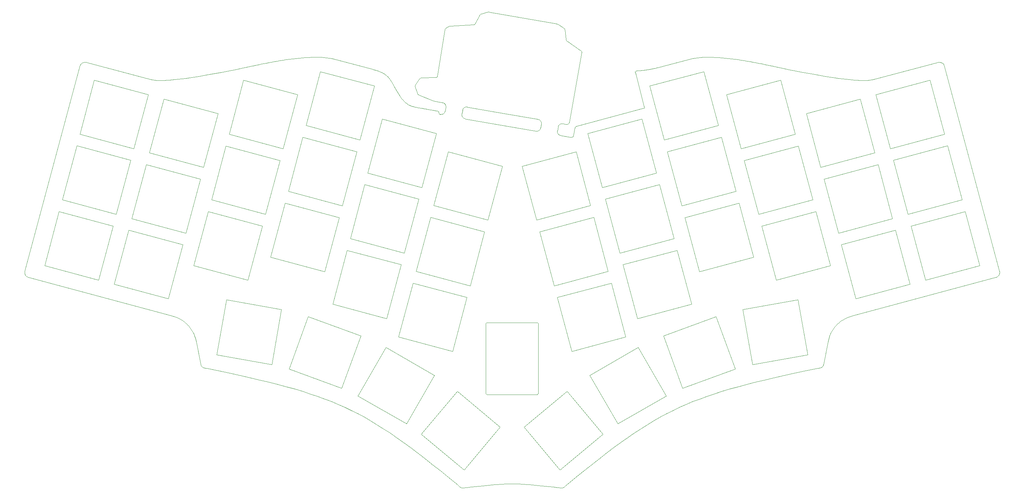
<source format=gm1>
G04 #@! TF.GenerationSoftware,KiCad,Pcbnew,(5.1.9)-1*
G04 #@! TF.CreationDate,2021-07-06T13:23:14+03:00*
G04 #@! TF.ProjectId,choctopus44-top-plate,63686f63-746f-4707-9573-34342d746f70,1.0 Prototype*
G04 #@! TF.SameCoordinates,Original*
G04 #@! TF.FileFunction,Profile,NP*
%FSLAX46Y46*%
G04 Gerber Fmt 4.6, Leading zero omitted, Abs format (unit mm)*
G04 Created by KiCad (PCBNEW (5.1.9)-1) date 2021-07-06 13:23:14*
%MOMM*%
%LPD*%
G01*
G04 APERTURE LIST*
G04 #@! TA.AperFunction,Profile*
%ADD10C,0.100000*%
G04 #@! TD*
G04 #@! TA.AperFunction,Profile*
%ADD11C,0.050000*%
G04 #@! TD*
G04 APERTURE END LIST*
D10*
X159190000Y-74030000D02*
X156805001Y-73604999D01*
X125552476Y-65052300D02*
X127299999Y-65364500D01*
X127299999Y-65364500D02*
G75*
G02*
X128105500Y-66529999I-179999J-985500D01*
G01*
X128105500Y-66529999D02*
X127925500Y-67519999D01*
X132290000Y-67250000D02*
X132110000Y-68240000D01*
X132290000Y-67250000D02*
G75*
G02*
X133455499Y-66444499I985500J-179999D01*
G01*
X132915001Y-69404999D02*
G75*
G02*
X132110000Y-68240000I179999J985000D01*
G01*
X127925500Y-67519999D02*
G75*
G02*
X126760001Y-68325500I-985500J179999D01*
G01*
X151995500Y-70729999D02*
X151815500Y-71719999D01*
X156180000Y-71450000D02*
X156000000Y-72440000D01*
X156180000Y-71450000D02*
G75*
G02*
X157345499Y-70644499I985500J-179999D01*
G01*
X151189999Y-69564500D02*
G75*
G02*
X151995500Y-70729999I-179999J-985500D01*
G01*
X142229836Y-67992785D02*
X151189999Y-69564500D01*
X138310000Y-138500000D02*
G75*
G02*
X138110000Y-138300000I0J200000D01*
G01*
X138110000Y-120700000D02*
G75*
G02*
X138310000Y-120500000I200000J0D01*
G01*
X151010000Y-120500000D02*
G75*
G02*
X151210000Y-120700000I0J-200000D01*
G01*
X151210000Y-138300000D02*
G75*
G02*
X151010000Y-138500000I-200000J0D01*
G01*
X138110000Y-138300000D02*
X138110000Y-120700000D01*
X151010000Y-138500000D02*
X138310000Y-138500000D01*
X151210000Y-120700000D02*
X151210000Y-138300000D01*
X138310000Y-120500000D02*
X151010000Y-120500000D01*
X175780000Y-57385000D02*
X175954348Y-57377131D01*
X175954348Y-57377131D02*
X176130532Y-57367581D01*
X176130532Y-57367581D02*
X176308568Y-57356338D01*
X176308568Y-57356338D02*
X176488476Y-57343388D01*
X176488476Y-57343388D02*
X176670274Y-57328721D01*
X176670274Y-57328721D02*
X176853979Y-57312325D01*
X176853979Y-57312325D02*
X177039611Y-57294187D01*
X177039611Y-57294187D02*
X177227187Y-57274296D01*
X177227187Y-57274296D02*
X177416726Y-57252640D01*
X177416726Y-57252640D02*
X177608247Y-57229207D01*
X177608247Y-57229207D02*
X177801766Y-57203985D01*
X177801766Y-57203985D02*
X177997304Y-57176962D01*
X177997304Y-57176962D02*
X178194878Y-57148127D01*
X178194878Y-57148127D02*
X178394506Y-57117467D01*
X178394506Y-57117467D02*
X178596207Y-57084970D01*
X178596207Y-57084970D02*
X178800000Y-57050625D01*
X178800000Y-57050625D02*
X179005901Y-57014419D01*
X179005901Y-57014419D02*
X179213930Y-56976341D01*
X179213930Y-56976341D02*
X179424105Y-56936379D01*
X179424105Y-56936379D02*
X179636445Y-56894521D01*
X179636445Y-56894521D02*
X179850967Y-56850755D01*
X179850967Y-56850755D02*
X180067690Y-56805069D01*
X180067690Y-56805069D02*
X180286632Y-56757451D01*
X180286632Y-56757451D02*
X180507812Y-56707890D01*
X180507812Y-56707890D02*
X180731248Y-56656373D01*
X180731248Y-56656373D02*
X180956958Y-56602889D01*
X180956958Y-56602889D02*
X181184960Y-56547425D01*
X181184960Y-56547425D02*
X181415273Y-56489970D01*
X181415273Y-56489970D02*
X181647915Y-56430512D01*
X181647915Y-56430512D02*
X181882905Y-56369039D01*
X181882905Y-56369039D02*
X182120260Y-56305539D01*
X182120260Y-56305539D02*
X182360000Y-56240000D01*
X160950000Y-71210000D02*
X160829062Y-71245136D01*
X160829062Y-71245136D02*
X160721250Y-71284843D01*
X160721250Y-71284843D02*
X160626562Y-71331816D01*
X160626562Y-71331816D02*
X160526660Y-71404855D01*
X160526660Y-71404855D02*
X160447265Y-71498723D01*
X160447265Y-71498723D02*
X160398515Y-71592351D01*
X160398515Y-71592351D02*
X160362890Y-71705373D01*
X160362890Y-71705373D02*
X160350000Y-71770000D01*
X177570000Y-66760000D02*
X177671434Y-66721235D01*
X177671434Y-66721235D02*
X177745369Y-66643446D01*
X177745369Y-66643446D02*
X177753935Y-66535994D01*
X177753935Y-66535994D02*
X177740000Y-66470000D01*
X175780000Y-57385000D02*
X175677695Y-57397535D01*
X175677695Y-57397535D02*
X175581718Y-57432548D01*
X175581718Y-57432548D02*
X175494628Y-57507875D01*
X175494628Y-57507875D02*
X175455781Y-57607194D01*
X175455781Y-57607194D02*
X175458320Y-57717940D01*
X175458320Y-57717940D02*
X175470000Y-57770000D01*
X177740000Y-66470000D02*
X175470000Y-57770000D01*
X160950000Y-71210000D02*
X177570000Y-66760000D01*
X157345499Y-70644499D02*
X158132549Y-70795447D01*
X156805001Y-73604999D02*
G75*
G02*
X156000000Y-72440000I179999J985000D01*
G01*
X151815500Y-71719999D02*
G75*
G02*
X150650001Y-72525500I-985500J179999D01*
G01*
X126760001Y-68325500D02*
X126600000Y-68290000D01*
X138995608Y-42653891D02*
X138895113Y-42642599D01*
X138895113Y-42642599D02*
X138791843Y-42636660D01*
X138791843Y-42636660D02*
X138687729Y-42636302D01*
X138687729Y-42636302D02*
X138584703Y-42641755D01*
X138584703Y-42641755D02*
X138484699Y-42653249D01*
X138484699Y-42653249D02*
X138371401Y-42675337D01*
X138371401Y-42675337D02*
X138353447Y-42679924D01*
X129309500Y-46155714D02*
X129209243Y-46161580D01*
X129209243Y-46161580D02*
X129094334Y-46170052D01*
X129094334Y-46170052D02*
X128975914Y-46183015D01*
X128975914Y-46183015D02*
X128861738Y-46204484D01*
X128861738Y-46204484D02*
X128752047Y-46241709D01*
X128752047Y-46241709D02*
X128649746Y-46296867D01*
X125571915Y-59002258D02*
X125676862Y-58993175D01*
X125676862Y-58993175D02*
X125774525Y-58964462D01*
X125774525Y-58964462D02*
X125872392Y-58902471D01*
X125872392Y-58902471D02*
X125936614Y-58821757D01*
X125936614Y-58821757D02*
X125977254Y-58712674D01*
X125977254Y-58712674D02*
X125981374Y-58691542D01*
X128090393Y-46667842D02*
X128009399Y-46735888D01*
X128009399Y-46735888D02*
X127945759Y-46827486D01*
X127945759Y-46827486D02*
X127899606Y-46933958D01*
X127899606Y-46933958D02*
X127869128Y-47046269D01*
X127869128Y-47046269D02*
X127861126Y-47088244D01*
X122052061Y-59088400D02*
X121950930Y-59100266D01*
X121950930Y-59100266D02*
X121850419Y-59127424D01*
X121850419Y-59127424D02*
X121751130Y-59174618D01*
X121751130Y-59174618D02*
X121653664Y-59246595D01*
X121653664Y-59246595D02*
X121574269Y-59328930D01*
X121574269Y-59328930D02*
X121527585Y-59389316D01*
X157861342Y-47185884D02*
X157845199Y-47085423D01*
X157845199Y-47085423D02*
X157824620Y-46971530D01*
X157824620Y-46971530D02*
X157788383Y-46873252D01*
X157788383Y-46873252D02*
X157716501Y-46785354D01*
X157716501Y-46785354D02*
X157630258Y-46713292D01*
X157630258Y-46713292D02*
X157560426Y-46661408D01*
X158165354Y-49485357D02*
X158185592Y-49590279D01*
X158185592Y-49590279D02*
X158216616Y-49699256D01*
X158216616Y-49699256D02*
X158260602Y-49794797D01*
X158260602Y-49794797D02*
X158323492Y-49882229D01*
X158323492Y-49882229D02*
X158394628Y-49952740D01*
X158394628Y-49952740D02*
X158466271Y-50009833D01*
X158132549Y-70795447D02*
X158238172Y-70801673D01*
X158238172Y-70801673D02*
X158344310Y-70790854D01*
X158344310Y-70790854D02*
X158448986Y-70764674D01*
X158448986Y-70764674D02*
X158550225Y-70724818D01*
X158550225Y-70724818D02*
X158646055Y-70672969D01*
X158646055Y-70672969D02*
X158734499Y-70610812D01*
X158734499Y-70610812D02*
X158813583Y-70540032D01*
X158813583Y-70540032D02*
X158881333Y-70462313D01*
X158881333Y-70462313D02*
X158950622Y-70350805D01*
X158950622Y-70350805D02*
X158991570Y-70233947D01*
X124872109Y-64843488D02*
X124967362Y-64882205D01*
X124967362Y-64882205D02*
X125077397Y-64924475D01*
X125077397Y-64924475D02*
X125192946Y-64964744D01*
X125192946Y-64964744D02*
X125290898Y-64994241D01*
X125290898Y-64994241D02*
X125395534Y-65020233D01*
X125395534Y-65020233D02*
X125498052Y-65041548D01*
X125498052Y-65041548D02*
X125552476Y-65052300D01*
X120495170Y-60871121D02*
X120442634Y-60961158D01*
X120442634Y-60961158D02*
X120401490Y-61064245D01*
X120401490Y-61064245D02*
X120385909Y-61175608D01*
X120385909Y-61175608D02*
X120397677Y-61286465D01*
X120397677Y-61286465D02*
X120405956Y-61321278D01*
X120938870Y-62990350D02*
X120977699Y-63092368D01*
X120977699Y-63092368D02*
X121029732Y-63190610D01*
X121029732Y-63190610D02*
X121103443Y-63279376D01*
X121103443Y-63279376D02*
X121197758Y-63349265D01*
X121197758Y-63349265D02*
X121300247Y-63401277D01*
X121300247Y-63401277D02*
X121319602Y-63409686D01*
X134918897Y-45805924D02*
X135040526Y-45797351D01*
X135040526Y-45797351D02*
X135155053Y-45782929D01*
X135155053Y-45782929D02*
X135259555Y-45744882D01*
X135259555Y-45744882D02*
X135337038Y-45680037D01*
X135337038Y-45680037D02*
X135401678Y-45593890D01*
X135401678Y-45593890D02*
X135443409Y-45525008D01*
X137044131Y-43072212D02*
X136933960Y-43103934D01*
X136933960Y-43103934D02*
X136827863Y-43143889D01*
X136827863Y-43143889D02*
X136729602Y-43205122D01*
X136729602Y-43205122D02*
X136657774Y-43281009D01*
X136657774Y-43281009D02*
X136600326Y-43368011D01*
X136600326Y-43368011D02*
X136564759Y-43433047D01*
X156228867Y-45768730D02*
X156129310Y-45713115D01*
X156129310Y-45713115D02*
X156033049Y-45673388D01*
X156033049Y-45673388D02*
X155928354Y-45643907D01*
X155928354Y-45643907D02*
X155823010Y-45622515D01*
X155823010Y-45622515D02*
X155718578Y-45604708D01*
X136564759Y-43433047D02*
X135443409Y-45525008D01*
X128649746Y-46296867D02*
X128090393Y-46667842D01*
X157560426Y-46661408D02*
X156228867Y-45768730D01*
X155718578Y-45604708D02*
X138995608Y-42653891D01*
X121319602Y-63409686D02*
X124872109Y-64843488D01*
X138353447Y-42679924D02*
X137044131Y-43072212D01*
X161720150Y-52229157D02*
X158466271Y-50009833D01*
X134918897Y-45805924D02*
X129309500Y-46155714D01*
X158991570Y-70233947D02*
X162071371Y-52928545D01*
X133455499Y-66444499D02*
X142229836Y-67992785D01*
X127861126Y-47088244D02*
X125981374Y-58691542D01*
X158165354Y-49485357D02*
X157861342Y-47185884D01*
X120938870Y-62990350D02*
X120405956Y-61321278D01*
X125571915Y-59002258D02*
X122052061Y-59088400D01*
X121527585Y-59389316D02*
X120495170Y-60871121D01*
X162071371Y-52928545D02*
X162084832Y-52808208D01*
X162084832Y-52808208D02*
X162086608Y-52706642D01*
X162086608Y-52706642D02*
X162068812Y-52598946D01*
X162068812Y-52598946D02*
X162024487Y-52504114D01*
X162024487Y-52504114D02*
X161949041Y-52412998D01*
X161949041Y-52412998D02*
X161863190Y-52336634D01*
X161863190Y-52336634D02*
X161782387Y-52274263D01*
X161782387Y-52274263D02*
X161720150Y-52229157D01*
X160350000Y-71770000D02*
X160050000Y-73500000D01*
X150650001Y-72525500D02*
X132915001Y-69404999D01*
X159190000Y-74030000D02*
X159332009Y-74049794D01*
X159332009Y-74049794D02*
X159460175Y-74053356D01*
X159460175Y-74053356D02*
X159574895Y-74041329D01*
X159574895Y-74041329D02*
X159676562Y-74014355D01*
X159676562Y-74014355D02*
X159792500Y-73956250D01*
X159792500Y-73956250D02*
X159886875Y-73874238D01*
X159886875Y-73874238D02*
X159960625Y-73769843D01*
X159960625Y-73769843D02*
X160002966Y-73677775D01*
X160002966Y-73677775D02*
X160034628Y-73574616D01*
X160034628Y-73574616D02*
X160050000Y-73500000D01*
X126600000Y-68290000D02*
X126486152Y-68237539D01*
X126486152Y-68237539D02*
X126412968Y-68142187D01*
X126412968Y-68142187D02*
X126366738Y-68018242D01*
X126366738Y-68018242D02*
X126341505Y-67915119D01*
X126341505Y-67915119D02*
X126317937Y-67809985D01*
X126317937Y-67809985D02*
X126290248Y-67708872D01*
X126290248Y-67708872D02*
X126236924Y-67590735D01*
X126236924Y-67590735D02*
X126152282Y-67504766D01*
X126152282Y-67504766D02*
X126060000Y-67470000D01*
X100200000Y-54425000D02*
X109575000Y-56940000D01*
X189125000Y-54425000D02*
X182360000Y-56240000D01*
X235375000Y-59450000D02*
X250995000Y-55270000D01*
X209995000Y-56240000D02*
X211995552Y-56660056D01*
X211995552Y-56660056D02*
X213882995Y-57047290D01*
X213882995Y-57047290D02*
X215660849Y-57402919D01*
X215660849Y-57402919D02*
X217332636Y-57728164D01*
X217332636Y-57728164D02*
X218901877Y-58024243D01*
X218901877Y-58024243D02*
X220372092Y-58292377D01*
X220372092Y-58292377D02*
X221746803Y-58533786D01*
X221746803Y-58533786D02*
X223029531Y-58749687D01*
X223029531Y-58749687D02*
X224223797Y-58941301D01*
X224223797Y-58941301D02*
X225333122Y-59109848D01*
X225333122Y-59109848D02*
X226361028Y-59256547D01*
X226361028Y-59256547D02*
X227311035Y-59382617D01*
X227311035Y-59382617D02*
X228186664Y-59489277D01*
X228186664Y-59489277D02*
X228991437Y-59577749D01*
X228991437Y-59577749D02*
X229728876Y-59649249D01*
X229728876Y-59649249D02*
X230402500Y-59705000D01*
X230402500Y-59705000D02*
X231015830Y-59746218D01*
X231015830Y-59746218D02*
X231572390Y-59774125D01*
X231572390Y-59774125D02*
X232075698Y-59789940D01*
X232075698Y-59789940D02*
X232529277Y-59794882D01*
X232529277Y-59794882D02*
X232936647Y-59790171D01*
X232936647Y-59790171D02*
X233301330Y-59777026D01*
X233301330Y-59777026D02*
X233626847Y-59756666D01*
X233626847Y-59756666D02*
X233916718Y-59730312D01*
X233916718Y-59730312D02*
X234174466Y-59699182D01*
X234174466Y-59699182D02*
X234403610Y-59664497D01*
X234403610Y-59664497D02*
X234607673Y-59627474D01*
X234607673Y-59627474D02*
X234790175Y-59589335D01*
X234790175Y-59589335D02*
X234954638Y-59551299D01*
X234954638Y-59551299D02*
X235104582Y-59514584D01*
X235104582Y-59514584D02*
X235243529Y-59480411D01*
X235243529Y-59480411D02*
X235375000Y-59450000D01*
X189125000Y-54425000D02*
X189727491Y-54288683D01*
X189727491Y-54288683D02*
X190364738Y-54177921D01*
X190364738Y-54177921D02*
X191033586Y-54091404D01*
X191033586Y-54091404D02*
X191730878Y-54027822D01*
X191730878Y-54027822D02*
X192453462Y-53985865D01*
X192453462Y-53985865D02*
X193198181Y-53964222D01*
X193198181Y-53964222D02*
X193961880Y-53961584D01*
X193961880Y-53961584D02*
X194741406Y-53976640D01*
X194741406Y-53976640D02*
X195533602Y-54008081D01*
X195533602Y-54008081D02*
X196335314Y-54054595D01*
X196335314Y-54054595D02*
X197143388Y-54114874D01*
X197143388Y-54114874D02*
X197954667Y-54187607D01*
X197954667Y-54187607D02*
X198765998Y-54271483D01*
X198765998Y-54271483D02*
X199574226Y-54365194D01*
X199574226Y-54365194D02*
X200376194Y-54467427D01*
X200376194Y-54467427D02*
X201168750Y-54576875D01*
X201168750Y-54576875D02*
X201948736Y-54692225D01*
X201948736Y-54692225D02*
X202713000Y-54812169D01*
X202713000Y-54812169D02*
X203458385Y-54935395D01*
X203458385Y-54935395D02*
X204181738Y-55060595D01*
X204181738Y-55060595D02*
X204879902Y-55186458D01*
X204879902Y-55186458D02*
X205549724Y-55311673D01*
X205549724Y-55311673D02*
X206188047Y-55434931D01*
X206188047Y-55434931D02*
X206791718Y-55554921D01*
X206791718Y-55554921D02*
X207357582Y-55670334D01*
X207357582Y-55670334D02*
X207882482Y-55779859D01*
X207882482Y-55779859D02*
X208363266Y-55882186D01*
X208363266Y-55882186D02*
X208796777Y-55976005D01*
X208796777Y-55976005D02*
X209179861Y-56060006D01*
X209179861Y-56060006D02*
X209509362Y-56132879D01*
X209509362Y-56132879D02*
X209782127Y-56193314D01*
X209782127Y-56193314D02*
X209995000Y-56240000D01*
X79330000Y-56240000D02*
X77329234Y-56660056D01*
X77329234Y-56660056D02*
X75441180Y-57047290D01*
X75441180Y-57047290D02*
X73662357Y-57402919D01*
X73662357Y-57402919D02*
X71989287Y-57728164D01*
X71989287Y-57728164D02*
X70418488Y-58024243D01*
X70418488Y-58024243D02*
X68946480Y-58292377D01*
X68946480Y-58292377D02*
X67569785Y-58533786D01*
X67569785Y-58533786D02*
X66284921Y-58749687D01*
X66284921Y-58749687D02*
X65088410Y-58941301D01*
X65088410Y-58941301D02*
X63976771Y-59109848D01*
X63976771Y-59109848D02*
X62946524Y-59256547D01*
X62946524Y-59256547D02*
X61994189Y-59382617D01*
X61994189Y-59382617D02*
X61116287Y-59489277D01*
X61116287Y-59489277D02*
X60309337Y-59577749D01*
X60309337Y-59577749D02*
X59569859Y-59649249D01*
X59569859Y-59649249D02*
X58894375Y-59705000D01*
X58894375Y-59705000D02*
X58279402Y-59746218D01*
X58279402Y-59746218D02*
X57721463Y-59774125D01*
X57721463Y-59774125D02*
X57217077Y-59789940D01*
X57217077Y-59789940D02*
X56762763Y-59794882D01*
X56762763Y-59794882D02*
X56355043Y-59790171D01*
X56355043Y-59790171D02*
X55990435Y-59777026D01*
X55990435Y-59777026D02*
X55665461Y-59756666D01*
X55665461Y-59756666D02*
X55376640Y-59730312D01*
X55376640Y-59730312D02*
X55120493Y-59699182D01*
X55120493Y-59699182D02*
X54893538Y-59664497D01*
X54893538Y-59664497D02*
X54692298Y-59627474D01*
X54692298Y-59627474D02*
X54513291Y-59589335D01*
X54513291Y-59589335D02*
X54353037Y-59551299D01*
X54353037Y-59551299D02*
X54208057Y-59514584D01*
X54208057Y-59514584D02*
X54074871Y-59480411D01*
X54074871Y-59480411D02*
X53950000Y-59450000D01*
X53950000Y-59450000D02*
X38330000Y-55270000D01*
X100200000Y-54425000D02*
X99597508Y-54288683D01*
X99597508Y-54288683D02*
X98960261Y-54177921D01*
X98960261Y-54177921D02*
X98291413Y-54091404D01*
X98291413Y-54091404D02*
X97594121Y-54027822D01*
X97594121Y-54027822D02*
X96871537Y-53985865D01*
X96871537Y-53985865D02*
X96126818Y-53964222D01*
X96126818Y-53964222D02*
X95363119Y-53961584D01*
X95363119Y-53961584D02*
X94583593Y-53976640D01*
X94583593Y-53976640D02*
X93791397Y-54008081D01*
X93791397Y-54008081D02*
X92989685Y-54054595D01*
X92989685Y-54054595D02*
X92181611Y-54114874D01*
X92181611Y-54114874D02*
X91370332Y-54187607D01*
X91370332Y-54187607D02*
X90559001Y-54271483D01*
X90559001Y-54271483D02*
X89750773Y-54365194D01*
X89750773Y-54365194D02*
X88948805Y-54467427D01*
X88948805Y-54467427D02*
X88156250Y-54576875D01*
X88156250Y-54576875D02*
X87376263Y-54692225D01*
X87376263Y-54692225D02*
X86611999Y-54812169D01*
X86611999Y-54812169D02*
X85866614Y-54935395D01*
X85866614Y-54935395D02*
X85143261Y-55060595D01*
X85143261Y-55060595D02*
X84445097Y-55186458D01*
X84445097Y-55186458D02*
X83775275Y-55311673D01*
X83775275Y-55311673D02*
X83136952Y-55434931D01*
X83136952Y-55434931D02*
X82533281Y-55554921D01*
X82533281Y-55554921D02*
X81967417Y-55670334D01*
X81967417Y-55670334D02*
X81442517Y-55779859D01*
X81442517Y-55779859D02*
X80961733Y-55882186D01*
X80961733Y-55882186D02*
X80528222Y-55976005D01*
X80528222Y-55976005D02*
X80145138Y-56060006D01*
X80145138Y-56060006D02*
X79815637Y-56132879D01*
X79815637Y-56132879D02*
X79542872Y-56193314D01*
X79542872Y-56193314D02*
X79330000Y-56240000D01*
X66780000Y-130910000D02*
X66817498Y-131058239D01*
X66817498Y-131058239D02*
X66862490Y-131188886D01*
X66862490Y-131188886D02*
X66914967Y-131303332D01*
X66914967Y-131303332D02*
X66974921Y-131402968D01*
X66974921Y-131402968D02*
X67042347Y-131489187D01*
X67042347Y-131489187D02*
X67117236Y-131563378D01*
X67117236Y-131563378D02*
X67199581Y-131626936D01*
X67199581Y-131626936D02*
X67289375Y-131681250D01*
X67289375Y-131681250D02*
X67386610Y-131727712D01*
X67386610Y-131727712D02*
X67491279Y-131767714D01*
X67491279Y-131767714D02*
X67603375Y-131802648D01*
X67603375Y-131802648D02*
X67722890Y-131833906D01*
X67722890Y-131833906D02*
X67849818Y-131862878D01*
X67849818Y-131862878D02*
X67984150Y-131890957D01*
X67984150Y-131890957D02*
X68125880Y-131919533D01*
X68125880Y-131919533D02*
X68275000Y-131950000D01*
X36600000Y-56100000D02*
X22780000Y-107550000D01*
X38330000Y-55270000D02*
X38227404Y-55246582D01*
X38227404Y-55246582D02*
X38115800Y-55229375D01*
X38115800Y-55229375D02*
X37996960Y-55219199D01*
X37996960Y-55219199D02*
X37872656Y-55216875D01*
X37872656Y-55216875D02*
X37744660Y-55223222D01*
X37744660Y-55223222D02*
X37614746Y-55239062D01*
X37614746Y-55239062D02*
X37484685Y-55265214D01*
X37484685Y-55265214D02*
X37356250Y-55302500D01*
X37356250Y-55302500D02*
X37231213Y-55351738D01*
X37231213Y-55351738D02*
X37111347Y-55413750D01*
X37111347Y-55413750D02*
X36998425Y-55489355D01*
X36998425Y-55489355D02*
X36894218Y-55579375D01*
X36894218Y-55579375D02*
X36800500Y-55684628D01*
X36800500Y-55684628D02*
X36719042Y-55805937D01*
X36719042Y-55805937D02*
X36651618Y-55944121D01*
X36651618Y-55944121D02*
X36600000Y-56100000D01*
X22780000Y-107550000D02*
X22746525Y-107741562D01*
X22746525Y-107741562D02*
X22734863Y-107919062D01*
X22734863Y-107919062D02*
X22743151Y-108082968D01*
X22743151Y-108082968D02*
X22769531Y-108233750D01*
X22769531Y-108233750D02*
X22812141Y-108371875D01*
X22812141Y-108371875D02*
X22869121Y-108497812D01*
X22869121Y-108497812D02*
X22938610Y-108612031D01*
X22938610Y-108612031D02*
X23018750Y-108715000D01*
X23018750Y-108715000D02*
X23107678Y-108807187D01*
X23107678Y-108807187D02*
X23203535Y-108889062D01*
X23203535Y-108889062D02*
X23304460Y-108961093D01*
X23304460Y-108961093D02*
X23408593Y-109023750D01*
X23408593Y-109023750D02*
X23514074Y-109077500D01*
X23514074Y-109077500D02*
X23619042Y-109122812D01*
X23619042Y-109122812D02*
X23721638Y-109160156D01*
X23721638Y-109160156D02*
X23820000Y-109190000D01*
X266540000Y-107550000D02*
X266573474Y-107741562D01*
X266573474Y-107741562D02*
X266585136Y-107919062D01*
X266585136Y-107919062D02*
X266576848Y-108082968D01*
X266576848Y-108082968D02*
X266550468Y-108233750D01*
X266550468Y-108233750D02*
X266507858Y-108371875D01*
X266507858Y-108371875D02*
X266450878Y-108497812D01*
X266450878Y-108497812D02*
X266381389Y-108612031D01*
X266381389Y-108612031D02*
X266301250Y-108715000D01*
X266301250Y-108715000D02*
X266212321Y-108807187D01*
X266212321Y-108807187D02*
X266116464Y-108889062D01*
X266116464Y-108889062D02*
X266015539Y-108961093D01*
X266015539Y-108961093D02*
X265911406Y-109023750D01*
X265911406Y-109023750D02*
X265805925Y-109077500D01*
X265805925Y-109077500D02*
X265700957Y-109122812D01*
X265700957Y-109122812D02*
X265598361Y-109160156D01*
X265598361Y-109160156D02*
X265500000Y-109190000D01*
X252720000Y-56100000D02*
X266540000Y-107550000D01*
X250990000Y-55270000D02*
X251092595Y-55246582D01*
X251092595Y-55246582D02*
X251204199Y-55229375D01*
X251204199Y-55229375D02*
X251323039Y-55219199D01*
X251323039Y-55219199D02*
X251447343Y-55216875D01*
X251447343Y-55216875D02*
X251575339Y-55223222D01*
X251575339Y-55223222D02*
X251705253Y-55239062D01*
X251705253Y-55239062D02*
X251835314Y-55265214D01*
X251835314Y-55265214D02*
X251963750Y-55302500D01*
X251963750Y-55302500D02*
X252088786Y-55351738D01*
X252088786Y-55351738D02*
X252208652Y-55413750D01*
X252208652Y-55413750D02*
X252321574Y-55489355D01*
X252321574Y-55489355D02*
X252425781Y-55579375D01*
X252425781Y-55579375D02*
X252519499Y-55684628D01*
X252519499Y-55684628D02*
X252600957Y-55805937D01*
X252600957Y-55805937D02*
X252668381Y-55944121D01*
X252668381Y-55944121D02*
X252720000Y-56100000D01*
X132230000Y-161910000D02*
X133363060Y-161784667D01*
X133363060Y-161784667D02*
X134427182Y-161667421D01*
X134427182Y-161667421D02*
X135426961Y-161558261D01*
X135426961Y-161558261D02*
X136366992Y-161457187D01*
X136366992Y-161457187D02*
X137251871Y-161364199D01*
X137251871Y-161364199D02*
X138086196Y-161279296D01*
X138086196Y-161279296D02*
X138874561Y-161202480D01*
X138874561Y-161202480D02*
X139621562Y-161133750D01*
X139621562Y-161133750D02*
X140331796Y-161073105D01*
X140331796Y-161073105D02*
X141009858Y-161020546D01*
X141009858Y-161020546D02*
X141660344Y-160976074D01*
X141660344Y-160976074D02*
X142287851Y-160939687D01*
X142287851Y-160939687D02*
X142896974Y-160911386D01*
X142896974Y-160911386D02*
X143492309Y-160891171D01*
X143492309Y-160891171D02*
X144078452Y-160879042D01*
X144078452Y-160879042D02*
X144660000Y-160875000D01*
X144660000Y-160875000D02*
X145241547Y-160879042D01*
X145241547Y-160879042D02*
X145827690Y-160891171D01*
X145827690Y-160891171D02*
X146423025Y-160911386D01*
X146423025Y-160911386D02*
X147032148Y-160939687D01*
X147032148Y-160939687D02*
X147659655Y-160976074D01*
X147659655Y-160976074D02*
X148310141Y-161020546D01*
X148310141Y-161020546D02*
X148988203Y-161073105D01*
X148988203Y-161073105D02*
X149698437Y-161133750D01*
X149698437Y-161133750D02*
X150445438Y-161202480D01*
X150445438Y-161202480D02*
X151233803Y-161279296D01*
X151233803Y-161279296D02*
X152068128Y-161364199D01*
X152068128Y-161364199D02*
X152953007Y-161457187D01*
X152953007Y-161457187D02*
X153893038Y-161558261D01*
X153893038Y-161558261D02*
X154892817Y-161667421D01*
X154892817Y-161667421D02*
X155956939Y-161784667D01*
X155956939Y-161784667D02*
X157090000Y-161910000D01*
X157090000Y-161910000D02*
X157193263Y-161912980D01*
X157193263Y-161912980D02*
X157295949Y-161894816D01*
X157295949Y-161894816D02*
X157399591Y-161857043D01*
X157399591Y-161857043D02*
X157505722Y-161801191D01*
X157505722Y-161801191D02*
X157615874Y-161728794D01*
X157615874Y-161728794D02*
X157731579Y-161641384D01*
X157731579Y-161641384D02*
X157812558Y-161575527D01*
X157812558Y-161575527D02*
X157897141Y-161504133D01*
X157897141Y-161504133D02*
X157985781Y-161427656D01*
X157985781Y-161427656D02*
X158078933Y-161346550D01*
X158078933Y-161346550D02*
X158177050Y-161261269D01*
X158177050Y-161261269D02*
X158280588Y-161172268D01*
X158280588Y-161172268D02*
X158390000Y-161080000D01*
X65670000Y-125320000D02*
X65594965Y-124971275D01*
X65594965Y-124971275D02*
X65508823Y-124631960D01*
X65508823Y-124631960D02*
X65411892Y-124302031D01*
X65411892Y-124302031D02*
X65304492Y-123981464D01*
X65304492Y-123981464D02*
X65186940Y-123670236D01*
X65186940Y-123670236D02*
X65059555Y-123368322D01*
X65059555Y-123368322D02*
X64922656Y-123075699D01*
X64922656Y-123075699D02*
X64776562Y-122792343D01*
X64776562Y-122792343D02*
X64621591Y-122518230D01*
X64621591Y-122518230D02*
X64458061Y-122253337D01*
X64458061Y-122253337D02*
X64286292Y-121997639D01*
X64286292Y-121997639D02*
X64106601Y-121751113D01*
X64106601Y-121751113D02*
X63919308Y-121513735D01*
X63919308Y-121513735D02*
X63724731Y-121285480D01*
X63724731Y-121285480D02*
X63523189Y-121066327D01*
X63523189Y-121066327D02*
X63315000Y-120856250D01*
X63315000Y-120856250D02*
X63100482Y-120655225D01*
X63100482Y-120655225D02*
X62879956Y-120463229D01*
X62879956Y-120463229D02*
X62653738Y-120280239D01*
X62653738Y-120280239D02*
X62422148Y-120106230D01*
X62422148Y-120106230D02*
X62185504Y-119941178D01*
X62185504Y-119941178D02*
X61944125Y-119785061D01*
X61944125Y-119785061D02*
X61698330Y-119637853D01*
X61698330Y-119637853D02*
X61448437Y-119499531D01*
X61448437Y-119499531D02*
X61194765Y-119370071D01*
X61194765Y-119370071D02*
X60937631Y-119249450D01*
X60937631Y-119249450D02*
X60677356Y-119137644D01*
X60677356Y-119137644D02*
X60414257Y-119034628D01*
X60414257Y-119034628D02*
X60148654Y-118940380D01*
X60148654Y-118940380D02*
X59880864Y-118854875D01*
X59880864Y-118854875D02*
X59611206Y-118778089D01*
X59611206Y-118778089D02*
X59340000Y-118710000D01*
X65670000Y-125320000D02*
X66780000Y-130910000D01*
X222540000Y-130910000D02*
X222502501Y-131058239D01*
X222502501Y-131058239D02*
X222457509Y-131188886D01*
X222457509Y-131188886D02*
X222405032Y-131303332D01*
X222405032Y-131303332D02*
X222345078Y-131402968D01*
X222345078Y-131402968D02*
X222277652Y-131489187D01*
X222277652Y-131489187D02*
X222202763Y-131563378D01*
X222202763Y-131563378D02*
X222120418Y-131626936D01*
X222120418Y-131626936D02*
X222030625Y-131681250D01*
X222030625Y-131681250D02*
X221933389Y-131727712D01*
X221933389Y-131727712D02*
X221828720Y-131767714D01*
X221828720Y-131767714D02*
X221716624Y-131802648D01*
X221716624Y-131802648D02*
X221597109Y-131833906D01*
X221597109Y-131833906D02*
X221470181Y-131862878D01*
X221470181Y-131862878D02*
X221335849Y-131890957D01*
X221335849Y-131890957D02*
X221194119Y-131919533D01*
X221194119Y-131919533D02*
X221045000Y-131950000D01*
X223650000Y-125320000D02*
X223725034Y-124971275D01*
X223725034Y-124971275D02*
X223811176Y-124631960D01*
X223811176Y-124631960D02*
X223908107Y-124302031D01*
X223908107Y-124302031D02*
X224015507Y-123981464D01*
X224015507Y-123981464D02*
X224133059Y-123670236D01*
X224133059Y-123670236D02*
X224260444Y-123368322D01*
X224260444Y-123368322D02*
X224397343Y-123075699D01*
X224397343Y-123075699D02*
X224543437Y-122792343D01*
X224543437Y-122792343D02*
X224698408Y-122518230D01*
X224698408Y-122518230D02*
X224861938Y-122253337D01*
X224861938Y-122253337D02*
X225033707Y-121997639D01*
X225033707Y-121997639D02*
X225213398Y-121751113D01*
X225213398Y-121751113D02*
X225400691Y-121513735D01*
X225400691Y-121513735D02*
X225595268Y-121285480D01*
X225595268Y-121285480D02*
X225796810Y-121066327D01*
X225796810Y-121066327D02*
X226005000Y-120856250D01*
X226005000Y-120856250D02*
X226219517Y-120655225D01*
X226219517Y-120655225D02*
X226440043Y-120463229D01*
X226440043Y-120463229D02*
X226666261Y-120280239D01*
X226666261Y-120280239D02*
X226897851Y-120106230D01*
X226897851Y-120106230D02*
X227134495Y-119941178D01*
X227134495Y-119941178D02*
X227375874Y-119785061D01*
X227375874Y-119785061D02*
X227621669Y-119637853D01*
X227621669Y-119637853D02*
X227871562Y-119499531D01*
X227871562Y-119499531D02*
X228125234Y-119370071D01*
X228125234Y-119370071D02*
X228382368Y-119249450D01*
X228382368Y-119249450D02*
X228642643Y-119137644D01*
X228642643Y-119137644D02*
X228905742Y-119034628D01*
X228905742Y-119034628D02*
X229171345Y-118940380D01*
X229171345Y-118940380D02*
X229439135Y-118854875D01*
X229439135Y-118854875D02*
X229708793Y-118778089D01*
X229708793Y-118778089D02*
X229980000Y-118710000D01*
X223650000Y-125320000D02*
X222540000Y-130910000D01*
X132230000Y-161910000D02*
X132126736Y-161912980D01*
X132126736Y-161912980D02*
X132024050Y-161894816D01*
X132024050Y-161894816D02*
X131920408Y-161857043D01*
X131920408Y-161857043D02*
X131814277Y-161801191D01*
X131814277Y-161801191D02*
X131704125Y-161728794D01*
X131704125Y-161728794D02*
X131588420Y-161641384D01*
X131588420Y-161641384D02*
X131507441Y-161575527D01*
X131507441Y-161575527D02*
X131422858Y-161504133D01*
X131422858Y-161504133D02*
X131334218Y-161427656D01*
X131334218Y-161427656D02*
X131241066Y-161346550D01*
X131241066Y-161346550D02*
X131142949Y-161261269D01*
X131142949Y-161261269D02*
X131039411Y-161172268D01*
X131039411Y-161172268D02*
X130930000Y-161080000D01*
X265500000Y-109190000D02*
X229980000Y-118710000D01*
X221045000Y-131950000D02*
X218118460Y-132559101D01*
X218118460Y-132559101D02*
X215329172Y-133151325D01*
X215329172Y-133151325D02*
X212669657Y-133730304D01*
X212669657Y-133730304D02*
X210132441Y-134299667D01*
X210132441Y-134299667D02*
X207710046Y-134863047D01*
X207710046Y-134863047D02*
X205394997Y-135424074D01*
X205394997Y-135424074D02*
X203179817Y-135986379D01*
X203179817Y-135986379D02*
X201057031Y-136553593D01*
X201057031Y-136553593D02*
X199019161Y-137129347D01*
X199019161Y-137129347D02*
X197058732Y-137717272D01*
X197058732Y-137717272D02*
X195168268Y-138321000D01*
X195168268Y-138321000D02*
X193340292Y-138944160D01*
X193340292Y-138944160D02*
X191567329Y-139590384D01*
X191567329Y-139590384D02*
X189841901Y-140263303D01*
X189841901Y-140263303D02*
X188156534Y-140966548D01*
X188156534Y-140966548D02*
X186503750Y-141703750D01*
X186503750Y-141703750D02*
X184876073Y-142478539D01*
X184876073Y-142478539D02*
X183266027Y-143294548D01*
X183266027Y-143294548D02*
X181666137Y-144155406D01*
X181666137Y-144155406D02*
X180068925Y-145064746D01*
X180068925Y-145064746D02*
X178466916Y-146026197D01*
X178466916Y-146026197D02*
X176852634Y-147043391D01*
X176852634Y-147043391D02*
X175218601Y-148119958D01*
X175218601Y-148119958D02*
X173557343Y-149259531D01*
X173557343Y-149259531D02*
X171861383Y-150465739D01*
X171861383Y-150465739D02*
X170123244Y-151742214D01*
X170123244Y-151742214D02*
X168335451Y-153092586D01*
X168335451Y-153092586D02*
X166490527Y-154520488D01*
X166490527Y-154520488D02*
X164580996Y-156029549D01*
X164580996Y-156029549D02*
X162599382Y-157623400D01*
X162599382Y-157623400D02*
X160538208Y-159305674D01*
X160538208Y-159305674D02*
X158390000Y-161080000D01*
X115750000Y-62330000D02*
X115965315Y-62695690D01*
X115965315Y-62695690D02*
X116173034Y-63037753D01*
X116173034Y-63037753D02*
X116373938Y-63357111D01*
X116373938Y-63357111D02*
X116568808Y-63654687D01*
X116568808Y-63654687D02*
X116758427Y-63931403D01*
X116758427Y-63931403D02*
X116943576Y-64188183D01*
X116943576Y-64188183D02*
X117125038Y-64425949D01*
X117125038Y-64425949D02*
X117303593Y-64645625D01*
X117303593Y-64645625D02*
X117480025Y-64848132D01*
X117480025Y-64848132D02*
X117655114Y-65034394D01*
X117655114Y-65034394D02*
X117829643Y-65205334D01*
X117829643Y-65205334D02*
X118004394Y-65361875D01*
X118004394Y-65361875D02*
X118180148Y-65504938D01*
X118180148Y-65504938D02*
X118357687Y-65635449D01*
X118357687Y-65635449D02*
X118537794Y-65754328D01*
X118537794Y-65754328D02*
X118721250Y-65862500D01*
X118721250Y-65862500D02*
X118908836Y-65960886D01*
X118908836Y-65960886D02*
X119101335Y-66050410D01*
X119101335Y-66050410D02*
X119299529Y-66131994D01*
X119299529Y-66131994D02*
X119504199Y-66206562D01*
X119504199Y-66206562D02*
X119716127Y-66275036D01*
X119716127Y-66275036D02*
X119936096Y-66338339D01*
X119936096Y-66338339D02*
X120164886Y-66397395D01*
X120164886Y-66397395D02*
X120403281Y-66453125D01*
X120403281Y-66453125D02*
X120652061Y-66506452D01*
X120652061Y-66506452D02*
X120912009Y-66558300D01*
X120912009Y-66558300D02*
X121183906Y-66609592D01*
X121183906Y-66609592D02*
X121468535Y-66661250D01*
X121468535Y-66661250D02*
X121766676Y-66714196D01*
X121766676Y-66714196D02*
X122079113Y-66769355D01*
X122079113Y-66769355D02*
X122406627Y-66827648D01*
X122406627Y-66827648D02*
X122750000Y-66890000D01*
X115750000Y-62330000D02*
X115569533Y-62008927D01*
X115569533Y-62008927D02*
X115398687Y-61703452D01*
X115398687Y-61703452D02*
X115236420Y-61412998D01*
X115236420Y-61412998D02*
X115081689Y-61136992D01*
X115081689Y-61136992D02*
X114933451Y-60874857D01*
X114933451Y-60874857D02*
X114790662Y-60626020D01*
X114790662Y-60626020D02*
X114652281Y-60389905D01*
X114652281Y-60389905D02*
X114517265Y-60165937D01*
X114517265Y-60165937D02*
X114384571Y-59953541D01*
X114384571Y-59953541D02*
X114253155Y-59752143D01*
X114253155Y-59752143D02*
X114121976Y-59561167D01*
X114121976Y-59561167D02*
X113989990Y-59380039D01*
X113989990Y-59380039D02*
X113856154Y-59208182D01*
X113856154Y-59208182D02*
X113719427Y-59045024D01*
X113719427Y-59045024D02*
X113578765Y-58889988D01*
X113578765Y-58889988D02*
X113433125Y-58742500D01*
X113433125Y-58742500D02*
X113281464Y-58601984D01*
X113281464Y-58601984D02*
X113122740Y-58467866D01*
X113122740Y-58467866D02*
X112955910Y-58339570D01*
X112955910Y-58339570D02*
X112779931Y-58216523D01*
X112779931Y-58216523D02*
X112593761Y-58098148D01*
X112593761Y-58098148D02*
X112396356Y-57983872D01*
X112396356Y-57983872D02*
X112186674Y-57873118D01*
X112186674Y-57873118D02*
X111963671Y-57765312D01*
X111963671Y-57765312D02*
X111726306Y-57659879D01*
X111726306Y-57659879D02*
X111473536Y-57556245D01*
X111473536Y-57556245D02*
X111204317Y-57453833D01*
X111204317Y-57453833D02*
X110917607Y-57352070D01*
X110917607Y-57352070D02*
X110612363Y-57250380D01*
X110612363Y-57250380D02*
X110287542Y-57148188D01*
X110287542Y-57148188D02*
X109942102Y-57044920D01*
X109942102Y-57044920D02*
X109575000Y-56940000D01*
X23820000Y-109190000D02*
X59340000Y-118710000D01*
X126060000Y-67470000D02*
X125958986Y-67452299D01*
X125958986Y-67452299D02*
X125838074Y-67431112D01*
X125838074Y-67431112D02*
X125719080Y-67410261D01*
X125719080Y-67410261D02*
X125563722Y-67383038D01*
X125563722Y-67383038D02*
X125367150Y-67348594D01*
X125367150Y-67348594D02*
X125251894Y-67328398D01*
X125251894Y-67328398D02*
X125124516Y-67306078D01*
X125124516Y-67306078D02*
X124984411Y-67281528D01*
X124984411Y-67281528D02*
X124830972Y-67254641D01*
X124830972Y-67254641D02*
X124663593Y-67225312D01*
X124663593Y-67225312D02*
X124481669Y-67193434D01*
X124481669Y-67193434D02*
X124284592Y-67158901D01*
X124284592Y-67158901D02*
X124071757Y-67121607D01*
X124071757Y-67121607D02*
X123842558Y-67081445D01*
X123842558Y-67081445D02*
X123596389Y-67038309D01*
X123596389Y-67038309D02*
X123332644Y-66992094D01*
X123332644Y-66992094D02*
X123050716Y-66942693D01*
X123050716Y-66942693D02*
X122750000Y-66890000D01*
X68275000Y-131950000D02*
X71201539Y-132559101D01*
X71201539Y-132559101D02*
X73990827Y-133151325D01*
X73990827Y-133151325D02*
X76650342Y-133730304D01*
X76650342Y-133730304D02*
X79187558Y-134299667D01*
X79187558Y-134299667D02*
X81609953Y-134863047D01*
X81609953Y-134863047D02*
X83925002Y-135424074D01*
X83925002Y-135424074D02*
X86140182Y-135986379D01*
X86140182Y-135986379D02*
X88262968Y-136553593D01*
X88262968Y-136553593D02*
X90300838Y-137129347D01*
X90300838Y-137129347D02*
X92261267Y-137717272D01*
X92261267Y-137717272D02*
X94151731Y-138321000D01*
X94151731Y-138321000D02*
X95979707Y-138944160D01*
X95979707Y-138944160D02*
X97752670Y-139590384D01*
X97752670Y-139590384D02*
X99478098Y-140263303D01*
X99478098Y-140263303D02*
X101163465Y-140966548D01*
X101163465Y-140966548D02*
X102816250Y-141703750D01*
X102816250Y-141703750D02*
X104443926Y-142478539D01*
X104443926Y-142478539D02*
X106053972Y-143294548D01*
X106053972Y-143294548D02*
X107653862Y-144155406D01*
X107653862Y-144155406D02*
X109251074Y-145064746D01*
X109251074Y-145064746D02*
X110853083Y-146026197D01*
X110853083Y-146026197D02*
X112467365Y-147043391D01*
X112467365Y-147043391D02*
X114101398Y-148119958D01*
X114101398Y-148119958D02*
X115762656Y-149259531D01*
X115762656Y-149259531D02*
X117458616Y-150465739D01*
X117458616Y-150465739D02*
X119196755Y-151742214D01*
X119196755Y-151742214D02*
X120984548Y-153092586D01*
X120984548Y-153092586D02*
X122829472Y-154520488D01*
X122829472Y-154520488D02*
X124739003Y-156029549D01*
X124739003Y-156029549D02*
X126720617Y-157623400D01*
X126720617Y-157623400D02*
X128781791Y-159305674D01*
X128781791Y-159305674D02*
X130930000Y-161080000D01*
D11*
X73093125Y-76195927D02*
X86616086Y-79819394D01*
X86616086Y-79819394D02*
X82992619Y-93342355D01*
X82992619Y-93342355D02*
X69469658Y-89718888D01*
X69469658Y-89718888D02*
X73093125Y-76195927D01*
X128669170Y-77635175D02*
X142192131Y-81258642D01*
X142192131Y-81258642D02*
X138568664Y-94781603D01*
X138568664Y-94781603D02*
X125045703Y-91158136D01*
X125045703Y-91158136D02*
X128669170Y-77635175D01*
X179089163Y-61188742D02*
X192612124Y-57565275D01*
X192612124Y-57565275D02*
X196235591Y-71088236D01*
X196235591Y-71088236D02*
X182712630Y-74711703D01*
X182712630Y-74711703D02*
X179089163Y-61188742D01*
X112199131Y-69458602D02*
X125722092Y-73082069D01*
X125722092Y-73082069D02*
X122098625Y-86605030D01*
X122098625Y-86605030D02*
X108575664Y-82981563D01*
X108575664Y-82981563D02*
X112199131Y-69458602D01*
X244449611Y-96283750D02*
X257972572Y-92660283D01*
X257972572Y-92660283D02*
X261596039Y-106183244D01*
X261596039Y-106183244D02*
X248073078Y-109806711D01*
X248073078Y-109806711D02*
X244449611Y-96283750D01*
X96709754Y-57565357D02*
X110232715Y-61188824D01*
X110232715Y-61188824D02*
X106609248Y-74711785D01*
X106609248Y-74711785D02*
X93086287Y-71088318D01*
X93086287Y-71088318D02*
X96709754Y-57565357D01*
X163599786Y-73081987D02*
X177122747Y-69458520D01*
X177122747Y-69458520D02*
X180746214Y-82981481D01*
X180746214Y-82981481D02*
X167223253Y-86604948D01*
X167223253Y-86604948D02*
X163599786Y-73081987D01*
X31349307Y-92660365D02*
X44872268Y-96283832D01*
X44872268Y-96283832D02*
X41248801Y-109806793D01*
X41248801Y-109806793D02*
X27725840Y-106183326D01*
X27725840Y-106183326D02*
X31349307Y-92660365D01*
X130932203Y-137692109D02*
X141656825Y-146691135D01*
X141656825Y-146691135D02*
X132657799Y-157415757D01*
X132657799Y-157415757D02*
X121933177Y-148416731D01*
X121933177Y-148416731D02*
X130932203Y-137692109D01*
X182496845Y-123763653D02*
X195652541Y-118975371D01*
X195652541Y-118975371D02*
X200440823Y-132131067D01*
X200440823Y-132131067D02*
X187285127Y-136919349D01*
X187285127Y-136919349D02*
X182496845Y-123763653D01*
X164080914Y-133707017D02*
X176205270Y-126707017D01*
X176205270Y-126707017D02*
X183205270Y-138831373D01*
X183205270Y-138831373D02*
X171080914Y-145831373D01*
X171080914Y-145831373D02*
X164080914Y-133707017D01*
X93668006Y-118975371D02*
X106823702Y-123763653D01*
X106823702Y-123763653D02*
X102035420Y-136919349D01*
X102035420Y-136919349D02*
X88879724Y-132131067D01*
X88879724Y-132131067D02*
X93668006Y-118975371D01*
X73195792Y-114740808D02*
X86983101Y-117171883D01*
X86983101Y-117171883D02*
X84552026Y-130959192D01*
X84552026Y-130959192D02*
X70764717Y-128528117D01*
X70764717Y-128528117D02*
X73195792Y-114740808D01*
X227020900Y-100960559D02*
X240543861Y-97337092D01*
X240543861Y-97337092D02*
X244167328Y-110860053D01*
X244167328Y-110860053D02*
X230644367Y-114483520D01*
X230644367Y-114483520D02*
X227020900Y-100960559D01*
X207118745Y-96297402D02*
X220641706Y-92673935D01*
X220641706Y-92673935D02*
X224265173Y-106196896D01*
X224265173Y-106196896D02*
X210742212Y-109820363D01*
X210742212Y-109820363D02*
X207118745Y-96297402D01*
X172388833Y-105961086D02*
X185911794Y-102337619D01*
X185911794Y-102337619D02*
X189535261Y-115860580D01*
X189535261Y-115860580D02*
X176012300Y-119484047D01*
X176012300Y-119484047D02*
X172388833Y-105961086D01*
X240035787Y-79795699D02*
X253558748Y-76172232D01*
X253558748Y-76172232D02*
X257182215Y-89695193D01*
X257182215Y-89695193D02*
X243659254Y-93318660D01*
X243659254Y-93318660D02*
X240035787Y-79795699D01*
X222650410Y-84508869D02*
X236173371Y-80885402D01*
X236173371Y-80885402D02*
X239796838Y-94408363D01*
X239796838Y-94408363D02*
X226273877Y-98031830D01*
X226273877Y-98031830D02*
X222650410Y-84508869D01*
X202705793Y-79819312D02*
X216228754Y-76195845D01*
X216228754Y-76195845D02*
X219852221Y-89718806D01*
X219852221Y-89718806D02*
X206329260Y-93342273D01*
X206329260Y-93342273D02*
X202705793Y-79819312D01*
X183492154Y-77667703D02*
X197015115Y-74044236D01*
X197015115Y-74044236D02*
X200638582Y-87567197D01*
X200638582Y-87567197D02*
X187115621Y-91190664D01*
X187115621Y-91190664D02*
X183492154Y-77667703D01*
X167990200Y-89531934D02*
X181513161Y-85908467D01*
X181513161Y-85908467D02*
X185136628Y-99431428D01*
X185136628Y-99431428D02*
X171613667Y-103054895D01*
X171613667Y-103054895D02*
X167990200Y-89531934D01*
X151540957Y-97716726D02*
X165063918Y-94093259D01*
X165063918Y-94093259D02*
X168687385Y-107616220D01*
X168687385Y-107616220D02*
X155164424Y-111239687D01*
X155164424Y-111239687D02*
X151540957Y-97716726D01*
X103410084Y-102337701D02*
X116933045Y-105961168D01*
X116933045Y-105961168D02*
X113309578Y-119484129D01*
X113309578Y-119484129D02*
X99786617Y-115860662D01*
X99786617Y-115860662D02*
X103410084Y-102337701D01*
X87887580Y-90531901D02*
X101410541Y-94155368D01*
X101410541Y-94155368D02*
X97787074Y-107678329D01*
X97787074Y-107678329D02*
X84264113Y-104054862D01*
X84264113Y-104054862D02*
X87887580Y-90531901D01*
X68680172Y-92674017D02*
X82203133Y-96297484D01*
X82203133Y-96297484D02*
X78579666Y-109820445D01*
X78579666Y-109820445D02*
X65056705Y-106196978D01*
X65056705Y-106196978D02*
X68680172Y-92674017D01*
X124257960Y-94093341D02*
X137780921Y-97716808D01*
X137780921Y-97716808D02*
X134157454Y-111239769D01*
X134157454Y-111239769D02*
X120634493Y-107616302D01*
X120634493Y-107616302D02*
X124257960Y-94093341D01*
X107808717Y-85908549D02*
X121331678Y-89532016D01*
X121331678Y-89532016D02*
X117708211Y-103054977D01*
X117708211Y-103054977D02*
X104185250Y-99431510D01*
X104185250Y-99431510D02*
X107808717Y-85908549D01*
X53148508Y-80885484D02*
X66671469Y-84508951D01*
X66671469Y-84508951D02*
X63048002Y-98031912D01*
X63048002Y-98031912D02*
X49525041Y-94408445D01*
X49525041Y-94408445D02*
X53148508Y-80885484D01*
X77493501Y-59746851D02*
X91016462Y-63370318D01*
X91016462Y-63370318D02*
X87392995Y-76893279D01*
X87392995Y-76893279D02*
X73870034Y-73269812D01*
X73870034Y-73269812D02*
X77493501Y-59746851D01*
X57579641Y-64429061D02*
X71102602Y-68052528D01*
X71102602Y-68052528D02*
X67479135Y-81575489D01*
X67479135Y-81575489D02*
X53956174Y-77952022D01*
X53956174Y-77952022D02*
X57579641Y-64429061D01*
X40164379Y-59713276D02*
X53687340Y-63336743D01*
X53687340Y-63336743D02*
X50063873Y-76859704D01*
X50063873Y-76859704D02*
X36540912Y-73236237D01*
X36540912Y-73236237D02*
X40164379Y-59713276D01*
X202340808Y-117171883D02*
X216128117Y-114740808D01*
X216128117Y-114740808D02*
X218559192Y-128528117D01*
X218559192Y-128528117D02*
X204771883Y-130959192D01*
X204771883Y-130959192D02*
X202340808Y-117171883D01*
X147664073Y-146691135D02*
X158388695Y-137692109D01*
X158388695Y-137692109D02*
X167387721Y-148416731D01*
X167387721Y-148416731D02*
X156663099Y-157415757D01*
X156663099Y-157415757D02*
X147664073Y-146691135D01*
X35763131Y-76172314D02*
X49286092Y-79795781D01*
X49286092Y-79795781D02*
X45662625Y-93318742D01*
X45662625Y-93318742D02*
X32139664Y-89695275D01*
X32139664Y-89695275D02*
X35763131Y-76172314D01*
X187905978Y-94155755D02*
X201428939Y-90532288D01*
X201428939Y-90532288D02*
X205052406Y-104055249D01*
X205052406Y-104055249D02*
X191529445Y-107678716D01*
X191529445Y-107678716D02*
X187905978Y-94155755D01*
X48778017Y-97337174D02*
X62300978Y-100960641D01*
X62300978Y-100960641D02*
X58677511Y-114483602D01*
X58677511Y-114483602D02*
X45154550Y-110860135D01*
X45154550Y-110860135D02*
X48778017Y-97337174D01*
X155943077Y-114185726D02*
X169466038Y-110562259D01*
X169466038Y-110562259D02*
X173089505Y-124085220D01*
X173089505Y-124085220D02*
X159566544Y-127708687D01*
X159566544Y-127708687D02*
X155943077Y-114185726D01*
X235634539Y-63336661D02*
X249157500Y-59713194D01*
X249157500Y-59713194D02*
X252780967Y-73236155D01*
X252780967Y-73236155D02*
X239258006Y-76859622D01*
X239258006Y-76859622D02*
X235634539Y-63336661D01*
X119855841Y-110562341D02*
X133378802Y-114185808D01*
X133378802Y-114185808D02*
X129755335Y-127708769D01*
X129755335Y-127708769D02*
X116232374Y-124085302D01*
X116232374Y-124085302D02*
X119855841Y-110562341D01*
X92306763Y-74044318D02*
X105829724Y-77667785D01*
X105829724Y-77667785D02*
X102206257Y-91190746D01*
X102206257Y-91190746D02*
X88683296Y-87567279D01*
X88683296Y-87567279D02*
X92306763Y-74044318D01*
X113109184Y-126707017D02*
X125233540Y-133707017D01*
X125233540Y-133707017D02*
X118233540Y-145831373D01*
X118233540Y-145831373D02*
X106109184Y-138831373D01*
X106109184Y-138831373D02*
X113109184Y-126707017D01*
X218219276Y-68052446D02*
X231742237Y-64428979D01*
X231742237Y-64428979D02*
X235365704Y-77951940D01*
X235365704Y-77951940D02*
X221842743Y-81575407D01*
X221842743Y-81575407D02*
X218219276Y-68052446D01*
X198305417Y-63370236D02*
X211828378Y-59746769D01*
X211828378Y-59746769D02*
X215451845Y-73269730D01*
X215451845Y-73269730D02*
X201928884Y-76893197D01*
X201928884Y-76893197D02*
X198305417Y-63370236D01*
X147129748Y-81258560D02*
X160652709Y-77635093D01*
X160652709Y-77635093D02*
X164276176Y-91158054D01*
X164276176Y-91158054D02*
X150753215Y-94781521D01*
X150753215Y-94781521D02*
X147129748Y-81258560D01*
M02*

</source>
